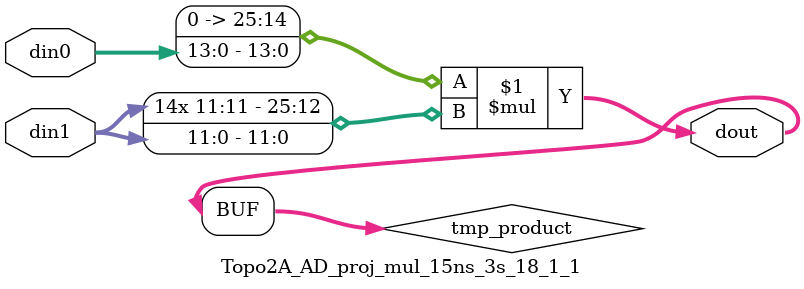
<source format=v>

`timescale 1 ns / 1 ps

 (* use_dsp = "no" *)  module Topo2A_AD_proj_mul_15ns_3s_18_1_1(din0, din1, dout);
parameter ID = 1;
parameter NUM_STAGE = 0;
parameter din0_WIDTH = 14;
parameter din1_WIDTH = 12;
parameter dout_WIDTH = 26;

input [din0_WIDTH - 1 : 0] din0; 
input [din1_WIDTH - 1 : 0] din1; 
output [dout_WIDTH - 1 : 0] dout;

wire signed [dout_WIDTH - 1 : 0] tmp_product;

























assign tmp_product = $signed({1'b0, din0}) * $signed(din1);










assign dout = tmp_product;





















endmodule

</source>
